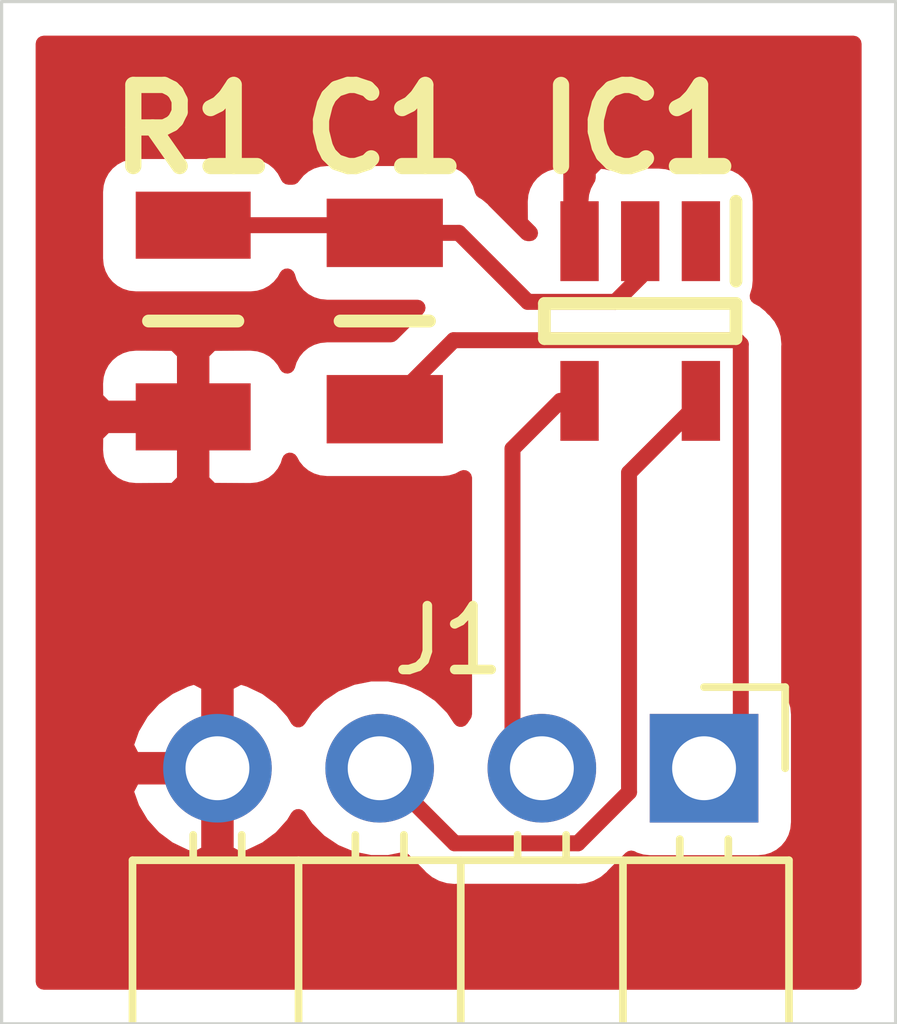
<source format=kicad_pcb>
(kicad_pcb (version 20171130) (host pcbnew "(5.1.9)-1")

  (general
    (thickness 1.6)
    (drawings 4)
    (tracks 21)
    (zones 0)
    (modules 4)
    (nets 6)
  )

  (page A4)
  (layers
    (0 F.Cu signal hide)
    (31 B.Cu signal)
    (32 B.Adhes user)
    (33 F.Adhes user)
    (34 B.Paste user)
    (35 F.Paste user)
    (36 B.SilkS user)
    (37 F.SilkS user)
    (38 B.Mask user)
    (39 F.Mask user)
    (40 Dwgs.User user hide)
    (41 Cmts.User user)
    (42 Eco1.User user)
    (43 Eco2.User user)
    (44 Edge.Cuts user)
    (45 Margin user)
    (46 B.CrtYd user)
    (47 F.CrtYd user)
    (48 B.Fab user)
    (49 F.Fab user)
  )

  (setup
    (last_trace_width 0.25)
    (user_trace_width 0.5)
    (trace_clearance 0.2)
    (zone_clearance 0.508)
    (zone_45_only no)
    (trace_min 0.2)
    (via_size 0.8)
    (via_drill 0.4)
    (via_min_size 0.4)
    (via_min_drill 0.3)
    (uvia_size 0.3)
    (uvia_drill 0.1)
    (uvias_allowed no)
    (uvia_min_size 0.2)
    (uvia_min_drill 0.1)
    (edge_width 0.05)
    (segment_width 0.2)
    (pcb_text_width 0.3)
    (pcb_text_size 1.5 1.5)
    (mod_edge_width 0.12)
    (mod_text_size 1 1)
    (mod_text_width 0.15)
    (pad_size 1.524 1.524)
    (pad_drill 0.762)
    (pad_to_mask_clearance 0)
    (aux_axis_origin 0 0)
    (visible_elements 7FFFFFFF)
    (pcbplotparams
      (layerselection 0x010fc_ffffffff)
      (usegerberextensions false)
      (usegerberattributes true)
      (usegerberadvancedattributes true)
      (creategerberjobfile true)
      (excludeedgelayer true)
      (linewidth 0.100000)
      (plotframeref false)
      (viasonmask false)
      (mode 1)
      (useauxorigin false)
      (hpglpennumber 1)
      (hpglpenspeed 20)
      (hpglpendiameter 15.000000)
      (psnegative false)
      (psa4output false)
      (plotreference true)
      (plotvalue true)
      (plotinvisibletext false)
      (padsonsilk false)
      (subtractmaskfromsilk false)
      (outputformat 1)
      (mirror false)
      (drillshape 1)
      (scaleselection 1)
      (outputdirectory ""))
  )

  (net 0 "")
  (net 1 INPUT)
  (net 2 "Net-(C1-Pad1)")
  (net 3 GND)
  (net 4 OUTPUT)
  (net 5 VCC)

  (net_class Default "This is the default net class."
    (clearance 0.2)
    (trace_width 0.25)
    (via_dia 0.8)
    (via_drill 0.4)
    (uvia_dia 0.3)
    (uvia_drill 0.1)
    (add_net GND)
    (add_net INPUT)
    (add_net "Net-(C1-Pad1)")
    (add_net "Net-(IC1-Pad1)")
    (add_net OUTPUT)
    (add_net VCC)
  )

  (module SamacSys_Parts:SOT95P275X110-5N (layer F.Cu) (tedit 607321C8) (tstamp 60739E3B)
    (at 117 -10 270)
    (descr NLTSOP-5)
    (tags "Integrated Circuit")
    (path /607324EA)
    (attr smd)
    (fp_text reference IC1 (at -3 0) (layer F.SilkS)
      (effects (font (size 1.27 1.27) (thickness 0.254)))
    )
    (fp_text value NL17SZ14DBVT1G (at 3 -5 270) (layer F.SilkS) hide
      (effects (font (size 1.27 1.27) (thickness 0.254)))
    )
    (fp_line (start -1.875 -1.5) (end -0.625 -1.5) (layer F.SilkS) (width 0.2))
    (fp_line (start -0.275 1.5) (end -0.275 -1.5) (layer F.SilkS) (width 0.2))
    (fp_line (start 0.275 1.5) (end -0.275 1.5) (layer F.SilkS) (width 0.2))
    (fp_line (start 0.275 -1.5) (end 0.275 1.5) (layer F.SilkS) (width 0.2))
    (fp_line (start -0.275 -1.5) (end 0.275 -1.5) (layer F.SilkS) (width 0.2))
    (fp_line (start -0.75 -0.55) (end 0.2 -1.5) (layer Dwgs.User) (width 0.1))
    (fp_line (start -0.75 1.5) (end -0.75 -1.5) (layer Dwgs.User) (width 0.1))
    (fp_line (start 0.75 1.5) (end -0.75 1.5) (layer Dwgs.User) (width 0.1))
    (fp_line (start 0.75 -1.5) (end 0.75 1.5) (layer Dwgs.User) (width 0.1))
    (fp_line (start -0.75 -1.5) (end 0.75 -1.5) (layer Dwgs.User) (width 0.1))
    (fp_line (start -2.125 1.825) (end -2.125 -1.825) (layer Dwgs.User) (width 0.05))
    (fp_line (start 2.125 1.825) (end -2.125 1.825) (layer Dwgs.User) (width 0.05))
    (fp_line (start 2.125 -1.825) (end 2.125 1.825) (layer Dwgs.User) (width 0.05))
    (fp_line (start -2.125 -1.825) (end 2.125 -1.825) (layer Dwgs.User) (width 0.05))
    (pad 5 smd rect (at 1.25 -0.95) (size 0.6 1.25) (layers F.Cu F.Paste F.Mask)
      (net 5 VCC))
    (pad 4 smd rect (at 1.25 0.95) (size 0.6 1.25) (layers F.Cu F.Paste F.Mask)
      (net 4 OUTPUT))
    (pad 3 smd rect (at -1.25 0.95) (size 0.6 1.25) (layers F.Cu F.Paste F.Mask)
      (net 3 GND))
    (pad 2 smd rect (at -1.25 0) (size 0.6 1.25) (layers F.Cu F.Paste F.Mask)
      (net 2 "Net-(C1-Pad1)"))
    (pad 1 smd rect (at -1.25 -0.95) (size 0.6 1.25) (layers F.Cu F.Paste F.Mask))
  )

  (module SamacSys_Parts:RESC3216X65N (layer F.Cu) (tedit 5F3F01A4) (tstamp 60724549)
    (at 110 -10 270)
    (descr RCS1206100RFKEA)
    (tags Resistor)
    (path /6071E836)
    (attr smd)
    (fp_text reference R1 (at -3 0 180) (layer F.SilkS)
      (effects (font (size 1.27 1.27) (thickness 0.254)))
    )
    (fp_text value RCS1206100RFKEA (at 4 4 90) (layer F.SilkS) hide
      (effects (font (size 1.27 1.27) (thickness 0.254)))
    )
    (fp_line (start 0 -0.7) (end 0 0.7) (layer F.SilkS) (width 0.2))
    (fp_line (start -1.575 0.8) (end -1.575 -0.8) (layer Dwgs.User) (width 0.1))
    (fp_line (start 1.575 0.8) (end -1.575 0.8) (layer Dwgs.User) (width 0.1))
    (fp_line (start 1.575 -0.8) (end 1.575 0.8) (layer Dwgs.User) (width 0.1))
    (fp_line (start -1.575 -0.8) (end 1.575 -0.8) (layer Dwgs.User) (width 0.1))
    (fp_line (start -2.275 1.15) (end -2.275 -1.15) (layer Dwgs.User) (width 0.05))
    (fp_line (start 2.275 1.15) (end -2.275 1.15) (layer Dwgs.User) (width 0.05))
    (fp_line (start 2.275 -1.15) (end 2.275 1.15) (layer Dwgs.User) (width 0.05))
    (fp_line (start -2.275 -1.15) (end 2.275 -1.15) (layer Dwgs.User) (width 0.05))
    (pad 2 smd rect (at 1.5 0 270) (size 1.05 1.8) (layers F.Cu F.Paste F.Mask)
      (net 3 GND))
    (pad 1 smd rect (at -1.5 0 270) (size 1.05 1.8) (layers F.Cu F.Paste F.Mask)
      (net 2 "Net-(C1-Pad1)"))
  )

  (module Connector_PinHeader_2.54mm:PinHeader_1x04_P2.54mm_Horizontal (layer F.Cu) (tedit 59FED5CB) (tstamp 60724BA0)
    (at 118 -3 270)
    (descr "Through hole angled pin header, 1x04, 2.54mm pitch, 6mm pin length, single row")
    (tags "Through hole angled pin header THT 1x04 2.54mm single row")
    (path /60737886)
    (fp_text reference J1 (at -2 4 180) (layer F.SilkS)
      (effects (font (size 1 1) (thickness 0.15)))
    )
    (fp_text value Conn_01x04_Female (at 5 3 180) (layer F.Fab)
      (effects (font (size 1 1) (thickness 0.15)))
    )
    (fp_text user %R (at 2.77 3.81) (layer F.Fab)
      (effects (font (size 1 1) (thickness 0.15)))
    )
    (fp_line (start 2.135 -1.27) (end 4.04 -1.27) (layer F.Fab) (width 0.1))
    (fp_line (start 4.04 -1.27) (end 4.04 8.89) (layer F.Fab) (width 0.1))
    (fp_line (start 4.04 8.89) (end 1.5 8.89) (layer F.Fab) (width 0.1))
    (fp_line (start 1.5 8.89) (end 1.5 -0.635) (layer F.Fab) (width 0.1))
    (fp_line (start 1.5 -0.635) (end 2.135 -1.27) (layer F.Fab) (width 0.1))
    (fp_line (start -0.32 -0.32) (end 1.5 -0.32) (layer F.Fab) (width 0.1))
    (fp_line (start -0.32 -0.32) (end -0.32 0.32) (layer F.Fab) (width 0.1))
    (fp_line (start -0.32 0.32) (end 1.5 0.32) (layer F.Fab) (width 0.1))
    (fp_line (start 4.04 -0.32) (end 10.04 -0.32) (layer F.Fab) (width 0.1))
    (fp_line (start 10.04 -0.32) (end 10.04 0.32) (layer F.Fab) (width 0.1))
    (fp_line (start 4.04 0.32) (end 10.04 0.32) (layer F.Fab) (width 0.1))
    (fp_line (start -0.32 2.22) (end 1.5 2.22) (layer F.Fab) (width 0.1))
    (fp_line (start -0.32 2.22) (end -0.32 2.86) (layer F.Fab) (width 0.1))
    (fp_line (start -0.32 2.86) (end 1.5 2.86) (layer F.Fab) (width 0.1))
    (fp_line (start 4.04 2.22) (end 10.04 2.22) (layer F.Fab) (width 0.1))
    (fp_line (start 10.04 2.22) (end 10.04 2.86) (layer F.Fab) (width 0.1))
    (fp_line (start 4.04 2.86) (end 10.04 2.86) (layer F.Fab) (width 0.1))
    (fp_line (start -0.32 4.76) (end 1.5 4.76) (layer F.Fab) (width 0.1))
    (fp_line (start -0.32 4.76) (end -0.32 5.4) (layer F.Fab) (width 0.1))
    (fp_line (start -0.32 5.4) (end 1.5 5.4) (layer F.Fab) (width 0.1))
    (fp_line (start 4.04 4.76) (end 10.04 4.76) (layer F.Fab) (width 0.1))
    (fp_line (start 10.04 4.76) (end 10.04 5.4) (layer F.Fab) (width 0.1))
    (fp_line (start 4.04 5.4) (end 10.04 5.4) (layer F.Fab) (width 0.1))
    (fp_line (start -0.32 7.3) (end 1.5 7.3) (layer F.Fab) (width 0.1))
    (fp_line (start -0.32 7.3) (end -0.32 7.94) (layer F.Fab) (width 0.1))
    (fp_line (start -0.32 7.94) (end 1.5 7.94) (layer F.Fab) (width 0.1))
    (fp_line (start 4.04 7.3) (end 10.04 7.3) (layer F.Fab) (width 0.1))
    (fp_line (start 10.04 7.3) (end 10.04 7.94) (layer F.Fab) (width 0.1))
    (fp_line (start 4.04 7.94) (end 10.04 7.94) (layer F.Fab) (width 0.1))
    (fp_line (start 1.44 -1.33) (end 1.44 8.95) (layer F.SilkS) (width 0.12))
    (fp_line (start 1.44 8.95) (end 4.1 8.95) (layer F.SilkS) (width 0.12))
    (fp_line (start 4.1 8.95) (end 4.1 -1.33) (layer F.SilkS) (width 0.12))
    (fp_line (start 4.1 -1.33) (end 1.44 -1.33) (layer F.SilkS) (width 0.12))
    (fp_line (start 4.1 -0.38) (end 10.1 -0.38) (layer F.SilkS) (width 0.12))
    (fp_line (start 10.1 -0.38) (end 10.1 0.38) (layer F.SilkS) (width 0.12))
    (fp_line (start 10.1 0.38) (end 4.1 0.38) (layer F.SilkS) (width 0.12))
    (fp_line (start 4.1 -0.32) (end 10.1 -0.32) (layer F.SilkS) (width 0.12))
    (fp_line (start 4.1 -0.2) (end 10.1 -0.2) (layer F.SilkS) (width 0.12))
    (fp_line (start 4.1 -0.08) (end 10.1 -0.08) (layer F.SilkS) (width 0.12))
    (fp_line (start 4.1 0.04) (end 10.1 0.04) (layer F.SilkS) (width 0.12))
    (fp_line (start 4.1 0.16) (end 10.1 0.16) (layer F.SilkS) (width 0.12))
    (fp_line (start 4.1 0.28) (end 10.1 0.28) (layer F.SilkS) (width 0.12))
    (fp_line (start 1.11 -0.38) (end 1.44 -0.38) (layer F.SilkS) (width 0.12))
    (fp_line (start 1.11 0.38) (end 1.44 0.38) (layer F.SilkS) (width 0.12))
    (fp_line (start 1.44 1.27) (end 4.1 1.27) (layer F.SilkS) (width 0.12))
    (fp_line (start 4.1 2.16) (end 10.1 2.16) (layer F.SilkS) (width 0.12))
    (fp_line (start 10.1 2.16) (end 10.1 2.92) (layer F.SilkS) (width 0.12))
    (fp_line (start 10.1 2.92) (end 4.1 2.92) (layer F.SilkS) (width 0.12))
    (fp_line (start 1.042929 2.16) (end 1.44 2.16) (layer F.SilkS) (width 0.12))
    (fp_line (start 1.042929 2.92) (end 1.44 2.92) (layer F.SilkS) (width 0.12))
    (fp_line (start 1.44 3.81) (end 4.1 3.81) (layer F.SilkS) (width 0.12))
    (fp_line (start 4.1 4.7) (end 10.1 4.7) (layer F.SilkS) (width 0.12))
    (fp_line (start 10.1 4.7) (end 10.1 5.46) (layer F.SilkS) (width 0.12))
    (fp_line (start 10.1 5.46) (end 4.1 5.46) (layer F.SilkS) (width 0.12))
    (fp_line (start 1.042929 4.7) (end 1.44 4.7) (layer F.SilkS) (width 0.12))
    (fp_line (start 1.042929 5.46) (end 1.44 5.46) (layer F.SilkS) (width 0.12))
    (fp_line (start 1.44 6.35) (end 4.1 6.35) (layer F.SilkS) (width 0.12))
    (fp_line (start 4.1 7.24) (end 10.1 7.24) (layer F.SilkS) (width 0.12))
    (fp_line (start 10.1 7.24) (end 10.1 8) (layer F.SilkS) (width 0.12))
    (fp_line (start 10.1 8) (end 4.1 8) (layer F.SilkS) (width 0.12))
    (fp_line (start 1.042929 7.24) (end 1.44 7.24) (layer F.SilkS) (width 0.12))
    (fp_line (start 1.042929 8) (end 1.44 8) (layer F.SilkS) (width 0.12))
    (fp_line (start -1.27 0) (end -1.27 -1.27) (layer F.SilkS) (width 0.12))
    (fp_line (start -1.27 -1.27) (end 0 -1.27) (layer F.SilkS) (width 0.12))
    (fp_line (start -1.8 -1.8) (end -1.8 9.4) (layer F.CrtYd) (width 0.05))
    (fp_line (start -1.8 9.4) (end 10.55 9.4) (layer F.CrtYd) (width 0.05))
    (fp_line (start 10.55 9.4) (end 10.55 -1.8) (layer F.CrtYd) (width 0.05))
    (fp_line (start 10.55 -1.8) (end -1.8 -1.8) (layer F.CrtYd) (width 0.05))
    (pad 4 thru_hole oval (at 0 7.62 270) (size 1.7 1.7) (drill 1) (layers *.Cu *.Mask)
      (net 3 GND))
    (pad 3 thru_hole oval (at 0 5.08 270) (size 1.7 1.7) (drill 1) (layers *.Cu *.Mask)
      (net 5 VCC))
    (pad 2 thru_hole oval (at 0 2.54 270) (size 1.7 1.7) (drill 1) (layers *.Cu *.Mask)
      (net 4 OUTPUT))
    (pad 1 thru_hole rect (at 0 0 270) (size 1.7 1.7) (drill 1) (layers *.Cu *.Mask)
      (net 1 INPUT))
    (model ${KISYS3DMOD}/Connector_PinHeader_2.54mm.3dshapes/PinHeader_1x04_P2.54mm_Horizontal.wrl
      (at (xyz 0 0 0))
      (scale (xyz 1 1 1))
      (rotate (xyz 0 0 0))
    )
  )

  (module SamacSys_Parts:CAPC3216X180N (layer F.Cu) (tedit 5F5EECBB) (tstamp 60739BC0)
    (at 113 -10 270)
    (descr "GRM31_0.20 L=3.2mm W=1.6mm T=1.6mm")
    (tags Capacitor)
    (path /6071F785)
    (attr smd)
    (fp_text reference C1 (at -3 0 180) (layer F.SilkS)
      (effects (font (size 1.27 1.27) (thickness 0.254)))
    )
    (fp_text value GRM31CR70J106KA01L (at -6 -2) (layer F.SilkS) hide
      (effects (font (size 1.27 1.27) (thickness 0.254)))
    )
    (fp_line (start 0 -0.7) (end 0 0.7) (layer F.SilkS) (width 0.2))
    (fp_line (start -1.6 0.8) (end -1.6 -0.8) (layer Dwgs.User) (width 0.1))
    (fp_line (start 1.6 0.8) (end -1.6 0.8) (layer Dwgs.User) (width 0.1))
    (fp_line (start 1.6 -0.8) (end 1.6 0.8) (layer Dwgs.User) (width 0.1))
    (fp_line (start -1.6 -0.8) (end 1.6 -0.8) (layer Dwgs.User) (width 0.1))
    (fp_line (start -2.065 1.06) (end -2.065 -1.06) (layer Dwgs.User) (width 0.05))
    (fp_line (start 2.065 1.06) (end -2.065 1.06) (layer Dwgs.User) (width 0.05))
    (fp_line (start 2.065 -1.06) (end 2.065 1.06) (layer Dwgs.User) (width 0.05))
    (fp_line (start -2.065 -1.06) (end 2.065 -1.06) (layer Dwgs.User) (width 0.05))
    (pad 2 smd rect (at 1.38 0 270) (size 1.07 1.82) (layers F.Cu F.Paste F.Mask)
      (net 1 INPUT))
    (pad 1 smd rect (at -1.38 0 270) (size 1.07 1.82) (layers F.Cu F.Paste F.Mask)
      (net 2 "Net-(C1-Pad1)"))
  )

  (gr_line (start 121 1) (end 107 1) (layer Edge.Cuts) (width 0.05) (tstamp 6073967D))
  (gr_line (start 121 -15) (end 121 1) (layer Edge.Cuts) (width 0.05))
  (gr_line (start 107 -15) (end 121 -15) (layer Edge.Cuts) (width 0.05))
  (gr_line (start 107 1) (end 107 -15) (layer Edge.Cuts) (width 0.05))

  (segment (start 118.575001 -3.575001) (end 118 -3) (width 0.25) (layer F.Cu) (net 1))
  (segment (start 118.575001 -9.635001) (end 118.575001 -3.575001) (width 0.25) (layer F.Cu) (net 1))
  (segment (start 118.510001 -9.700001) (end 118.575001 -9.635001) (width 0.25) (layer F.Cu) (net 1))
  (segment (start 114.080001 -9.700001) (end 118.510001 -9.700001) (width 0.25) (layer F.Cu) (net 1))
  (segment (start 113 -8.62) (end 114.080001 -9.700001) (width 0.25) (layer F.Cu) (net 1))
  (segment (start 112.88 -11.5) (end 113 -11.38) (width 0.25) (layer F.Cu) (net 2))
  (segment (start 110 -11.5) (end 112.88 -11.5) (width 0.25) (layer F.Cu) (net 2))
  (segment (start 116.610001 -10.299999) (end 117 -10.689998) (width 0.25) (layer F.Cu) (net 2))
  (segment (start 115.240001 -10.299999) (end 116.610001 -10.299999) (width 0.25) (layer F.Cu) (net 2))
  (segment (start 117 -10.689998) (end 117 -11.25) (width 0.25) (layer F.Cu) (net 2))
  (segment (start 114.16 -11.38) (end 115.240001 -10.299999) (width 0.25) (layer F.Cu) (net 2))
  (segment (start 113 -11.38) (end 114.16 -11.38) (width 0.25) (layer F.Cu) (net 2))
  (segment (start 116.05 -8.75) (end 115.75 -8.75) (width 0.25) (layer F.Cu) (net 4))
  (segment (start 115.75 -8.75) (end 115 -8) (width 0.25) (layer F.Cu) (net 4))
  (segment (start 115 -3.46) (end 115.46 -3) (width 0.25) (layer F.Cu) (net 4))
  (segment (start 115 -8) (end 115 -3.46) (width 0.25) (layer F.Cu) (net 4))
  (segment (start 114.095001 -1.824999) (end 112.92 -3) (width 0.25) (layer F.Cu) (net 5))
  (segment (start 116.024001 -1.824999) (end 114.095001 -1.824999) (width 0.25) (layer F.Cu) (net 5))
  (segment (start 116.824999 -2.625997) (end 116.024001 -1.824999) (width 0.25) (layer F.Cu) (net 5))
  (segment (start 116.824999 -7.624999) (end 116.824999 -2.625997) (width 0.25) (layer F.Cu) (net 5))
  (segment (start 117.95 -8.75) (end 116.824999 -7.624999) (width 0.25) (layer F.Cu) (net 5))

  (zone (net 3) (net_name GND) (layer F.Cu) (tstamp 0) (hatch edge 0.508)
    (connect_pads (clearance 0.508))
    (min_thickness 0.254)
    (fill yes (arc_segments 32) (thermal_gap 0.508) (thermal_bridge_width 0.508))
    (polygon
      (pts
        (xy 121 1) (xy 107 1) (xy 107 -15) (xy 121 -15)
      )
    )
    (filled_polygon
      (pts
        (xy 120.340001 0.34) (xy 107.66 0.34) (xy 107.66 -2.643109) (xy 108.938519 -2.643109) (xy 109.035843 -2.368748)
        (xy 109.184822 -2.118645) (xy 109.379731 -1.902412) (xy 109.61308 -1.728359) (xy 109.875901 -1.603175) (xy 110.02311 -1.558524)
        (xy 110.253 -1.679845) (xy 110.253 -2.873) (xy 109.059186 -2.873) (xy 108.938519 -2.643109) (xy 107.66 -2.643109)
        (xy 107.66 -3.356891) (xy 108.938519 -3.356891) (xy 109.059186 -3.127) (xy 110.253 -3.127) (xy 110.253 -4.320155)
        (xy 110.02311 -4.441476) (xy 109.875901 -4.396825) (xy 109.61308 -4.271641) (xy 109.379731 -4.097588) (xy 109.184822 -3.881355)
        (xy 109.035843 -3.631252) (xy 108.938519 -3.356891) (xy 107.66 -3.356891) (xy 107.66 -7.975) (xy 108.461928 -7.975)
        (xy 108.474188 -7.850518) (xy 108.510498 -7.73082) (xy 108.569463 -7.620506) (xy 108.648815 -7.523815) (xy 108.745506 -7.444463)
        (xy 108.85582 -7.385498) (xy 108.975518 -7.349188) (xy 109.1 -7.336928) (xy 109.71425 -7.34) (xy 109.873 -7.49875)
        (xy 109.873 -8.373) (xy 108.62375 -8.373) (xy 108.465 -8.21425) (xy 108.461928 -7.975) (xy 107.66 -7.975)
        (xy 107.66 -9.025) (xy 108.461928 -9.025) (xy 108.465 -8.78575) (xy 108.62375 -8.627) (xy 109.873 -8.627)
        (xy 109.873 -9.50125) (xy 109.71425 -9.66) (xy 109.1 -9.663072) (xy 108.975518 -9.650812) (xy 108.85582 -9.614502)
        (xy 108.745506 -9.555537) (xy 108.648815 -9.476185) (xy 108.569463 -9.379494) (xy 108.510498 -9.26918) (xy 108.474188 -9.149482)
        (xy 108.461928 -9.025) (xy 107.66 -9.025) (xy 107.66 -12.025) (xy 108.461928 -12.025) (xy 108.461928 -10.975)
        (xy 108.474188 -10.850518) (xy 108.510498 -10.73082) (xy 108.569463 -10.620506) (xy 108.648815 -10.523815) (xy 108.745506 -10.444463)
        (xy 108.85582 -10.385498) (xy 108.975518 -10.349188) (xy 109.1 -10.336928) (xy 110.9 -10.336928) (xy 111.024482 -10.349188)
        (xy 111.14418 -10.385498) (xy 111.254494 -10.444463) (xy 111.351185 -10.523815) (xy 111.430537 -10.620506) (xy 111.471359 -10.696878)
        (xy 111.500498 -10.60082) (xy 111.559463 -10.490506) (xy 111.638815 -10.393815) (xy 111.735506 -10.314463) (xy 111.84582 -10.255498)
        (xy 111.965518 -10.219188) (xy 112.09 -10.206928) (xy 113.512126 -10.206928) (xy 113.09827 -9.793072) (xy 112.09 -9.793072)
        (xy 111.965518 -9.780812) (xy 111.84582 -9.744502) (xy 111.735506 -9.685537) (xy 111.638815 -9.606185) (xy 111.559463 -9.509494)
        (xy 111.500498 -9.39918) (xy 111.471359 -9.303122) (xy 111.430537 -9.379494) (xy 111.351185 -9.476185) (xy 111.254494 -9.555537)
        (xy 111.14418 -9.614502) (xy 111.024482 -9.650812) (xy 110.9 -9.663072) (xy 110.28575 -9.66) (xy 110.127 -9.50125)
        (xy 110.127 -8.627) (xy 110.147 -8.627) (xy 110.147 -8.373) (xy 110.127 -8.373) (xy 110.127 -7.49875)
        (xy 110.28575 -7.34) (xy 110.9 -7.336928) (xy 111.024482 -7.349188) (xy 111.14418 -7.385498) (xy 111.254494 -7.444463)
        (xy 111.351185 -7.523815) (xy 111.430537 -7.620506) (xy 111.489502 -7.73082) (xy 111.51477 -7.814119) (xy 111.559463 -7.730506)
        (xy 111.638815 -7.633815) (xy 111.735506 -7.554463) (xy 111.84582 -7.495498) (xy 111.965518 -7.459188) (xy 112.09 -7.446928)
        (xy 113.91 -7.446928) (xy 114.034482 -7.459188) (xy 114.15418 -7.495498) (xy 114.24 -7.541371) (xy 114.240001 -3.847072)
        (xy 114.19 -3.77224) (xy 114.073475 -3.946632) (xy 113.866632 -4.153475) (xy 113.623411 -4.31599) (xy 113.353158 -4.427932)
        (xy 113.06626 -4.485) (xy 112.77374 -4.485) (xy 112.486842 -4.427932) (xy 112.216589 -4.31599) (xy 111.973368 -4.153475)
        (xy 111.766525 -3.946632) (xy 111.644805 -3.764466) (xy 111.575178 -3.881355) (xy 111.380269 -4.097588) (xy 111.14692 -4.271641)
        (xy 110.884099 -4.396825) (xy 110.73689 -4.441476) (xy 110.507 -4.320155) (xy 110.507 -3.127) (xy 110.527 -3.127)
        (xy 110.527 -2.873) (xy 110.507 -2.873) (xy 110.507 -1.679845) (xy 110.73689 -1.558524) (xy 110.884099 -1.603175)
        (xy 111.14692 -1.728359) (xy 111.380269 -1.902412) (xy 111.575178 -2.118645) (xy 111.644805 -2.235534) (xy 111.766525 -2.053368)
        (xy 111.973368 -1.846525) (xy 112.216589 -1.68401) (xy 112.486842 -1.572068) (xy 112.77374 -1.515) (xy 113.06626 -1.515)
        (xy 113.286408 -1.55879) (xy 113.531202 -1.313996) (xy 113.555 -1.284998) (xy 113.670725 -1.190025) (xy 113.802754 -1.119453)
        (xy 113.946015 -1.075996) (xy 114.057668 -1.064999) (xy 114.057677 -1.064999) (xy 114.095 -1.061323) (xy 114.132323 -1.064999)
        (xy 115.986679 -1.064999) (xy 116.024001 -1.061323) (xy 116.061323 -1.064999) (xy 116.061334 -1.064999) (xy 116.172987 -1.075996)
        (xy 116.316248 -1.119453) (xy 116.448277 -1.190025) (xy 116.564002 -1.284998) (xy 116.587804 -1.314001) (xy 116.859213 -1.58541)
        (xy 116.90582 -1.560498) (xy 117.025518 -1.524188) (xy 117.15 -1.511928) (xy 118.85 -1.511928) (xy 118.974482 -1.524188)
        (xy 119.09418 -1.560498) (xy 119.204494 -1.619463) (xy 119.301185 -1.698815) (xy 119.380537 -1.795506) (xy 119.439502 -1.90582)
        (xy 119.475812 -2.025518) (xy 119.488072 -2.15) (xy 119.488072 -3.85) (xy 119.475812 -3.974482) (xy 119.439502 -4.09418)
        (xy 119.380537 -4.204494) (xy 119.335001 -4.25998) (xy 119.335001 -9.597678) (xy 119.338677 -9.635001) (xy 119.335001 -9.672323)
        (xy 119.335001 -9.672334) (xy 119.324004 -9.783987) (xy 119.280547 -9.927248) (xy 119.209975 -10.059277) (xy 119.115002 -10.175002)
        (xy 119.085999 -10.198804) (xy 119.073805 -10.210998) (xy 119.050002 -10.240002) (xy 118.934277 -10.334975) (xy 118.840759 -10.384962)
        (xy 118.875812 -10.500518) (xy 118.888072 -10.625) (xy 118.888072 -11.875) (xy 118.875812 -11.999482) (xy 118.839502 -12.11918)
        (xy 118.780537 -12.229494) (xy 118.701185 -12.326185) (xy 118.604494 -12.405537) (xy 118.49418 -12.464502) (xy 118.374482 -12.500812)
        (xy 118.25 -12.513072) (xy 117.65 -12.513072) (xy 117.525518 -12.500812) (xy 117.475 -12.485488) (xy 117.424482 -12.500812)
        (xy 117.3 -12.513072) (xy 116.7 -12.513072) (xy 116.575518 -12.500812) (xy 116.525 -12.485488) (xy 116.474482 -12.500812)
        (xy 116.35 -12.513072) (xy 116.33575 -12.51) (xy 116.177 -12.35125) (xy 116.177 -12.238678) (xy 116.169463 -12.229494)
        (xy 116.110498 -12.11918) (xy 116.074188 -11.999482) (xy 116.061928 -11.875) (xy 116.061928 -11.103) (xy 115.923 -11.103)
        (xy 115.923 -11.123) (xy 115.903 -11.123) (xy 115.903 -11.377) (xy 115.923 -11.377) (xy 115.923 -12.35125)
        (xy 115.76425 -12.51) (xy 115.75 -12.513072) (xy 115.625518 -12.500812) (xy 115.50582 -12.464502) (xy 115.395506 -12.405537)
        (xy 115.298815 -12.326185) (xy 115.219463 -12.229494) (xy 115.160498 -12.11918) (xy 115.124188 -11.999482) (xy 115.111928 -11.875)
        (xy 115.115 -11.53575) (xy 115.273748 -11.377002) (xy 115.2378 -11.377002) (xy 114.723804 -11.890998) (xy 114.700001 -11.920001)
        (xy 114.584276 -12.014974) (xy 114.535306 -12.041149) (xy 114.499502 -12.15918) (xy 114.440537 -12.269494) (xy 114.361185 -12.366185)
        (xy 114.264494 -12.445537) (xy 114.15418 -12.504502) (xy 114.034482 -12.540812) (xy 113.91 -12.553072) (xy 112.09 -12.553072)
        (xy 111.965518 -12.540812) (xy 111.84582 -12.504502) (xy 111.735506 -12.445537) (xy 111.638815 -12.366185) (xy 111.559463 -12.269494)
        (xy 111.554388 -12.26) (xy 111.492287 -12.26) (xy 111.489502 -12.26918) (xy 111.430537 -12.379494) (xy 111.351185 -12.476185)
        (xy 111.254494 -12.555537) (xy 111.14418 -12.614502) (xy 111.024482 -12.650812) (xy 110.9 -12.663072) (xy 109.1 -12.663072)
        (xy 108.975518 -12.650812) (xy 108.85582 -12.614502) (xy 108.745506 -12.555537) (xy 108.648815 -12.476185) (xy 108.569463 -12.379494)
        (xy 108.510498 -12.26918) (xy 108.474188 -12.149482) (xy 108.461928 -12.025) (xy 107.66 -12.025) (xy 107.66 -14.34)
        (xy 120.34 -14.34)
      )
    )
  )
)

</source>
